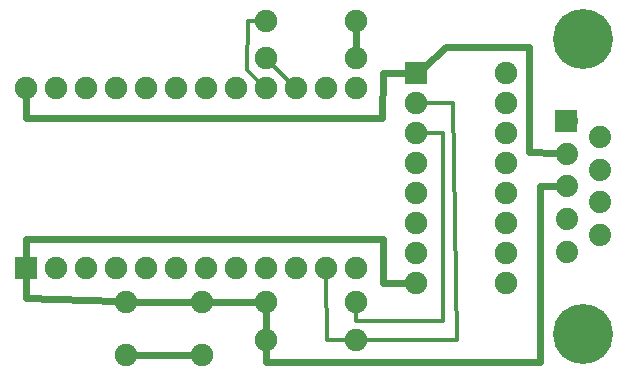
<source format=gtl>
G04 MADE WITH FRITZING*
G04 WWW.FRITZING.ORG*
G04 DOUBLE SIDED*
G04 HOLES PLATED*
G04 CONTOUR ON CENTER OF CONTOUR VECTOR*
%ASAXBY*%
%FSLAX23Y23*%
%MOIN*%
%OFA0B0*%
%SFA1.0B1.0*%
%ADD10C,0.074000*%
%ADD11C,0.200000*%
%ADD12C,0.075000*%
%ADD13R,0.075000X0.075000*%
%ADD14C,0.024000*%
%ADD15C,0.012000*%
%ADD16R,0.001000X0.001000*%
%LNCOPPER1*%
G90*
G70*
G54D10*
X1870Y843D03*
X1870Y734D03*
X1870Y625D03*
X1870Y516D03*
X1870Y407D03*
X1981Y788D03*
X1981Y679D03*
X1981Y571D03*
X1981Y461D03*
G54D11*
X1926Y1117D03*
X1926Y133D03*
G54D10*
X1870Y843D03*
X1870Y734D03*
X1870Y625D03*
X1870Y516D03*
X1870Y407D03*
X1981Y788D03*
X1981Y679D03*
X1981Y571D03*
X1981Y461D03*
G54D11*
X1926Y1117D03*
X1926Y133D03*
G54D12*
X1369Y1001D03*
X1669Y1001D03*
X1369Y901D03*
X1669Y901D03*
X1369Y801D03*
X1669Y801D03*
X1369Y701D03*
X1669Y701D03*
X1369Y601D03*
X1669Y601D03*
X1369Y501D03*
X1669Y501D03*
X1369Y401D03*
X1669Y401D03*
X1369Y301D03*
X1669Y301D03*
X69Y351D03*
X69Y951D03*
X169Y351D03*
X169Y951D03*
X269Y351D03*
X269Y951D03*
X369Y351D03*
X369Y951D03*
X469Y351D03*
X469Y951D03*
X569Y351D03*
X569Y951D03*
X669Y351D03*
X669Y951D03*
X769Y351D03*
X769Y951D03*
X869Y351D03*
X869Y951D03*
X969Y351D03*
X969Y951D03*
X1069Y351D03*
X1069Y951D03*
X1169Y351D03*
X1169Y951D03*
X869Y113D03*
X1169Y113D03*
X869Y238D03*
X1169Y238D03*
X1169Y1176D03*
X869Y1176D03*
X1169Y1051D03*
X869Y1051D03*
X656Y63D03*
X401Y63D03*
X656Y240D03*
X401Y240D03*
G54D13*
X1369Y1001D03*
X69Y351D03*
G54D14*
X868Y38D02*
X1780Y38D01*
D02*
X1780Y38D02*
X1780Y625D01*
D02*
X1780Y625D02*
X1839Y625D01*
D02*
X1257Y1001D02*
X1340Y1001D01*
D02*
X1256Y851D02*
X1257Y1001D01*
D02*
X68Y851D02*
X1256Y851D01*
D02*
X69Y922D02*
X68Y851D01*
G54D15*
D02*
X1457Y801D02*
X1392Y801D01*
D02*
X1169Y177D02*
X1457Y177D01*
D02*
X1457Y177D02*
X1457Y801D01*
D02*
X1169Y215D02*
X1169Y177D01*
D02*
X1069Y328D02*
X1070Y113D01*
D02*
X1070Y113D02*
X1146Y113D01*
D02*
X1506Y113D02*
X1493Y901D01*
D02*
X1493Y901D02*
X1392Y901D01*
D02*
X1192Y113D02*
X1506Y113D01*
D02*
X882Y1039D02*
X886Y1035D01*
D02*
X953Y967D02*
X882Y1039D01*
D02*
X806Y1012D02*
X807Y1175D01*
D02*
X807Y1175D02*
X846Y1175D01*
D02*
X852Y967D02*
X806Y1012D01*
G54D14*
D02*
X1169Y1147D02*
X1169Y1079D01*
D02*
X1744Y1089D02*
X1468Y1089D01*
D02*
X1745Y739D02*
X1744Y1089D01*
D02*
X1839Y735D02*
X1745Y739D01*
D02*
X1468Y1089D02*
X1390Y1020D01*
D02*
X372Y241D02*
X69Y251D01*
D02*
X69Y251D02*
X69Y322D01*
D02*
X628Y240D02*
X429Y240D01*
D02*
X628Y63D02*
X429Y63D01*
D02*
X1257Y301D02*
X1340Y301D01*
D02*
X1257Y450D02*
X1257Y301D01*
D02*
X69Y450D02*
X1257Y450D01*
D02*
X69Y379D02*
X69Y450D01*
D02*
X840Y239D02*
X685Y240D01*
D02*
X869Y142D02*
X869Y210D01*
D02*
X868Y38D02*
X869Y85D01*
G54D16*
X1833Y880D02*
X1906Y880D01*
X1833Y879D02*
X1906Y879D01*
X1833Y878D02*
X1906Y878D01*
X1833Y877D02*
X1906Y877D01*
X1833Y876D02*
X1906Y876D01*
X1833Y875D02*
X1906Y875D01*
X1833Y874D02*
X1906Y874D01*
X1833Y873D02*
X1906Y873D01*
X1833Y872D02*
X1906Y872D01*
X1833Y871D02*
X1906Y871D01*
X1833Y870D02*
X1906Y870D01*
X1833Y869D02*
X1906Y869D01*
X1833Y868D02*
X1906Y868D01*
X1833Y867D02*
X1906Y867D01*
X1833Y866D02*
X1906Y866D01*
X1833Y865D02*
X1906Y865D01*
X1833Y864D02*
X1906Y864D01*
X1833Y863D02*
X1865Y863D01*
X1874Y863D02*
X1906Y863D01*
X1833Y862D02*
X1861Y862D01*
X1877Y862D02*
X1906Y862D01*
X1833Y861D02*
X1859Y861D01*
X1879Y861D02*
X1906Y861D01*
X1833Y860D02*
X1857Y860D01*
X1881Y860D02*
X1906Y860D01*
X1833Y859D02*
X1856Y859D01*
X1882Y859D02*
X1906Y859D01*
X1833Y858D02*
X1855Y858D01*
X1883Y858D02*
X1906Y858D01*
X1833Y857D02*
X1854Y857D01*
X1884Y857D02*
X1906Y857D01*
X1833Y856D02*
X1853Y856D01*
X1885Y856D02*
X1906Y856D01*
X1833Y855D02*
X1852Y855D01*
X1886Y855D02*
X1906Y855D01*
X1833Y854D02*
X1852Y854D01*
X1887Y854D02*
X1906Y854D01*
X1833Y853D02*
X1851Y853D01*
X1887Y853D02*
X1906Y853D01*
X1833Y852D02*
X1851Y852D01*
X1888Y852D02*
X1906Y852D01*
X1833Y851D02*
X1850Y851D01*
X1888Y851D02*
X1906Y851D01*
X1833Y850D02*
X1850Y850D01*
X1888Y850D02*
X1906Y850D01*
X1833Y849D02*
X1850Y849D01*
X1889Y849D02*
X1906Y849D01*
X1833Y848D02*
X1849Y848D01*
X1889Y848D02*
X1906Y848D01*
X1833Y847D02*
X1849Y847D01*
X1889Y847D02*
X1906Y847D01*
X1833Y846D02*
X1849Y846D01*
X1889Y846D02*
X1906Y846D01*
X1833Y845D02*
X1849Y845D01*
X1890Y845D02*
X1906Y845D01*
X1833Y844D02*
X1849Y844D01*
X1890Y844D02*
X1906Y844D01*
X1833Y843D02*
X1849Y843D01*
X1890Y843D02*
X1906Y843D01*
X1833Y842D02*
X1849Y842D01*
X1890Y842D02*
X1906Y842D01*
X1833Y841D02*
X1849Y841D01*
X1889Y841D02*
X1906Y841D01*
X1833Y840D02*
X1849Y840D01*
X1889Y840D02*
X1906Y840D01*
X1833Y839D02*
X1849Y839D01*
X1889Y839D02*
X1906Y839D01*
X1833Y838D02*
X1850Y838D01*
X1889Y838D02*
X1906Y838D01*
X1833Y837D02*
X1850Y837D01*
X1889Y837D02*
X1906Y837D01*
X1833Y836D02*
X1850Y836D01*
X1888Y836D02*
X1906Y836D01*
X1833Y835D02*
X1851Y835D01*
X1888Y835D02*
X1906Y835D01*
X1833Y834D02*
X1851Y834D01*
X1887Y834D02*
X1906Y834D01*
X1833Y833D02*
X1852Y833D01*
X1887Y833D02*
X1906Y833D01*
X1833Y832D02*
X1852Y832D01*
X1886Y832D02*
X1906Y832D01*
X1833Y831D02*
X1853Y831D01*
X1885Y831D02*
X1906Y831D01*
X1833Y830D02*
X1854Y830D01*
X1884Y830D02*
X1906Y830D01*
X1833Y829D02*
X1855Y829D01*
X1883Y829D02*
X1906Y829D01*
X1833Y828D02*
X1856Y828D01*
X1882Y828D02*
X1906Y828D01*
X1833Y827D02*
X1857Y827D01*
X1881Y827D02*
X1906Y827D01*
X1833Y826D02*
X1859Y826D01*
X1879Y826D02*
X1906Y826D01*
X1833Y825D02*
X1861Y825D01*
X1877Y825D02*
X1906Y825D01*
X1833Y824D02*
X1864Y824D01*
X1874Y824D02*
X1906Y824D01*
X1833Y823D02*
X1906Y823D01*
X1833Y822D02*
X1906Y822D01*
X1833Y821D02*
X1906Y821D01*
X1833Y820D02*
X1906Y820D01*
X1833Y819D02*
X1906Y819D01*
X1833Y818D02*
X1906Y818D01*
X1833Y817D02*
X1906Y817D01*
X1833Y816D02*
X1906Y816D01*
X1833Y815D02*
X1906Y815D01*
X1833Y814D02*
X1906Y814D01*
X1833Y813D02*
X1906Y813D01*
X1833Y812D02*
X1906Y812D01*
X1833Y811D02*
X1906Y811D01*
X1833Y810D02*
X1906Y810D01*
X1833Y809D02*
X1906Y809D01*
X1833Y808D02*
X1906Y808D01*
X1833Y807D02*
X1906Y807D01*
D02*
G04 End of Copper1*
M02*
</source>
